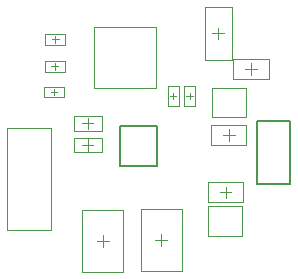
<source format=gbr>
G04*
G04 #@! TF.GenerationSoftware,Altium Limited,Altium Designer,23.10.1 (27)*
G04*
G04 Layer_Color=0*
%FSLAX42Y42*%
%MOMM*%
G71*
G04*
G04 #@! TF.SameCoordinates,D788F153-7B32-47A3-9728-DC68925F5BF0*
G04*
G04*
G04 #@! TF.FilePolarity,Positive*
G04*
G01*
G75*
%ADD11C,0.20*%
%ADD96C,0.10*%
%ADD97C,0.05*%
D11*
X-320Y2582D02*
X-10D01*
Y2244D02*
Y2582D01*
X-320Y2244D02*
X-10D01*
X-320D02*
Y2582D01*
X837Y2620D02*
X1118D01*
Y2089D02*
Y2620D01*
X837Y2089D02*
X1118D01*
X837D02*
Y2620D01*
D96*
X458Y3365D02*
X558D01*
X508Y3315D02*
Y3415D01*
X-520Y1606D02*
X-420D01*
X-470Y1556D02*
Y1656D01*
X25Y1569D02*
Y1669D01*
X-25Y1619D02*
X75D01*
D97*
X422Y1903D02*
X712D01*
X422Y1653D02*
Y1903D01*
Y1653D02*
X712D01*
Y1903D01*
X623Y3140D02*
Y3590D01*
X393Y3140D02*
Y3590D01*
Y3140D02*
X623D01*
X393Y3590D02*
X623D01*
X452Y2906D02*
X742D01*
X452Y2656D02*
Y2906D01*
Y2656D02*
X742D01*
Y2906D01*
X-295Y1345D02*
Y1867D01*
X-645Y1345D02*
Y1867D01*
Y1345D02*
X-295D01*
X-645Y1867D02*
X-295D01*
X-1277Y1701D02*
X-907D01*
X-1277D02*
Y2561D01*
X-907D01*
Y1701D02*
Y2561D01*
X-798Y2825D02*
Y2915D01*
X-968Y2825D02*
Y2915D01*
X-798D01*
X-968Y2825D02*
X-798D01*
X-911Y2870D02*
X-856D01*
X-883Y2843D02*
Y2898D01*
X-540Y2902D02*
X-19D01*
X-540Y3423D02*
X-19D01*
Y2902D02*
Y3423D01*
X-540Y2902D02*
Y3423D01*
X82Y2753D02*
X172D01*
X82Y2923D02*
X172D01*
Y2753D02*
Y2923D01*
X82Y2753D02*
Y2923D01*
X127Y2810D02*
Y2865D01*
X100Y2838D02*
X154D01*
X222Y2753D02*
X312D01*
X222Y2923D02*
X312D01*
Y2753D02*
Y2923D01*
X222Y2753D02*
Y2923D01*
X267Y2810D02*
Y2865D01*
X239Y2838D02*
X294D01*
X-791Y3041D02*
Y3131D01*
X-961Y3041D02*
Y3131D01*
X-791D01*
X-961Y3041D02*
X-791D01*
X-904Y3086D02*
X-849D01*
X-876Y3059D02*
Y3114D01*
X420Y2104D02*
X720D01*
X420Y1934D02*
X720D01*
X570Y1969D02*
Y2069D01*
X520Y2019D02*
X620D01*
X420Y1934D02*
Y2104D01*
X720Y1934D02*
Y2104D01*
X446Y2587D02*
X746D01*
X446Y2417D02*
X746D01*
X596Y2452D02*
Y2552D01*
X546Y2502D02*
X646D01*
X446Y2417D02*
Y2587D01*
X746Y2417D02*
Y2587D01*
X-150Y1880D02*
X200D01*
X-150Y1358D02*
X200D01*
X-150D02*
Y1880D01*
X200Y1358D02*
Y1880D01*
X-870Y3287D02*
Y3342D01*
X-898Y3315D02*
X-843D01*
X-956Y3360D02*
X-786D01*
X-956Y3270D02*
X-786D01*
Y3360D01*
X-956Y3270D02*
Y3360D01*
X637Y2976D02*
Y3146D01*
X937Y2976D02*
Y3146D01*
X737Y3061D02*
X837D01*
X787Y3011D02*
Y3111D01*
X637Y3146D02*
X937D01*
X637Y2976D02*
X937D01*
X-477Y2361D02*
Y2481D01*
X-717Y2361D02*
Y2481D01*
X-477D01*
X-717Y2361D02*
X-477D01*
X-644Y2421D02*
X-549D01*
X-597Y2374D02*
Y2469D01*
X-477Y2543D02*
Y2664D01*
X-717Y2543D02*
Y2664D01*
X-477D01*
X-717Y2543D02*
X-477D01*
X-644Y2603D02*
X-549D01*
X-597Y2556D02*
Y2651D01*
M02*

</source>
